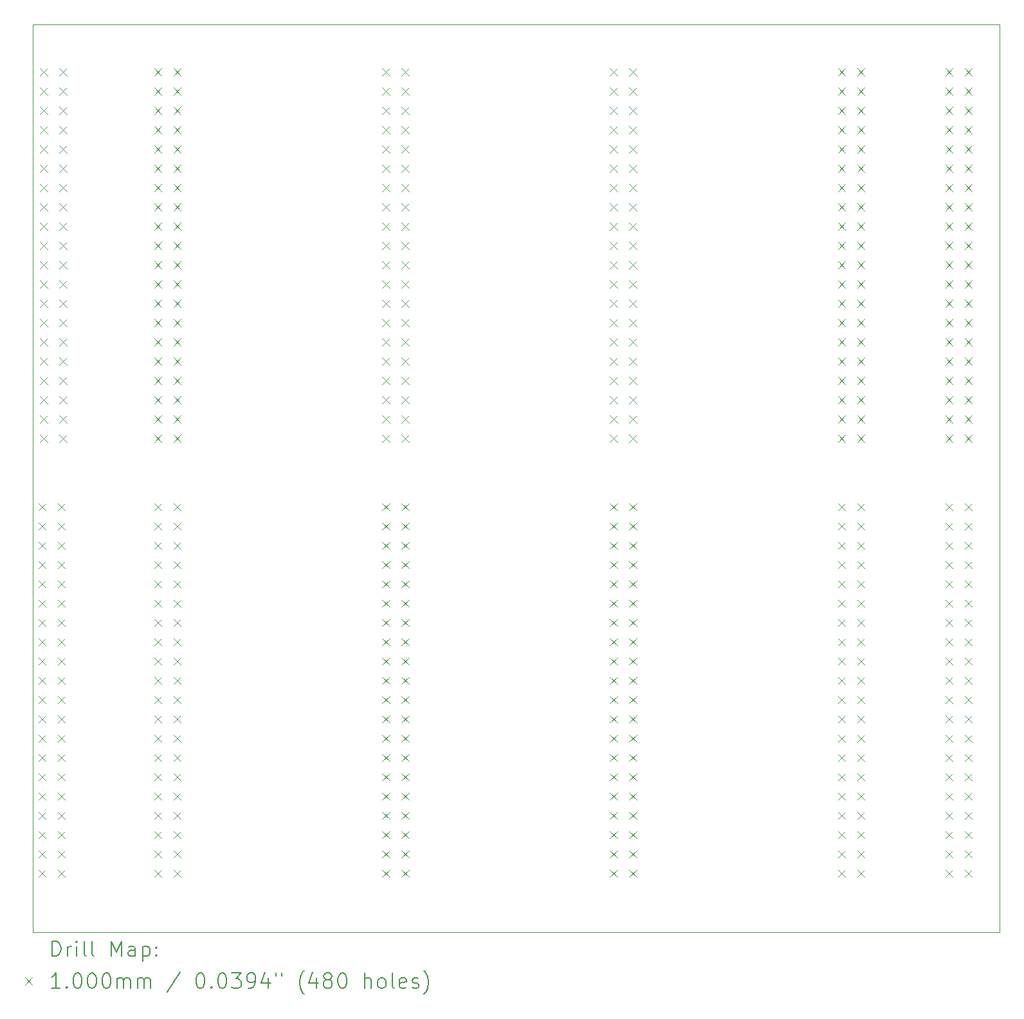
<source format=gbr>
%TF.GenerationSoftware,KiCad,Pcbnew,7.0.9*%
%TF.CreationDate,2023-11-10T12:16:27-05:00*%
%TF.ProjectId,DoubleRow4SlotBackplane,446f7562-6c65-4526-9f77-34536c6f7442,rev?*%
%TF.SameCoordinates,Original*%
%TF.FileFunction,Drillmap*%
%TF.FilePolarity,Positive*%
%FSLAX45Y45*%
G04 Gerber Fmt 4.5, Leading zero omitted, Abs format (unit mm)*
G04 Created by KiCad (PCBNEW 7.0.9) date 2023-11-10 12:16:27*
%MOMM*%
%LPD*%
G01*
G04 APERTURE LIST*
%ADD10C,0.100000*%
%ADD11C,0.200000*%
G04 APERTURE END LIST*
D10*
X6226486Y-3048000D02*
X18949072Y-3048000D01*
X18949072Y-15000000D01*
X6226486Y-15000000D01*
X6226486Y-3048000D01*
D11*
D10*
X6300000Y-9348000D02*
X6400000Y-9448000D01*
X6400000Y-9348000D02*
X6300000Y-9448000D01*
X6300000Y-9602000D02*
X6400000Y-9702000D01*
X6400000Y-9602000D02*
X6300000Y-9702000D01*
X6300000Y-9856000D02*
X6400000Y-9956000D01*
X6400000Y-9856000D02*
X6300000Y-9956000D01*
X6300000Y-10110000D02*
X6400000Y-10210000D01*
X6400000Y-10110000D02*
X6300000Y-10210000D01*
X6300000Y-10364000D02*
X6400000Y-10464000D01*
X6400000Y-10364000D02*
X6300000Y-10464000D01*
X6300000Y-10618000D02*
X6400000Y-10718000D01*
X6400000Y-10618000D02*
X6300000Y-10718000D01*
X6300000Y-10872000D02*
X6400000Y-10972000D01*
X6400000Y-10872000D02*
X6300000Y-10972000D01*
X6300000Y-11126000D02*
X6400000Y-11226000D01*
X6400000Y-11126000D02*
X6300000Y-11226000D01*
X6300000Y-11380000D02*
X6400000Y-11480000D01*
X6400000Y-11380000D02*
X6300000Y-11480000D01*
X6300000Y-11634000D02*
X6400000Y-11734000D01*
X6400000Y-11634000D02*
X6300000Y-11734000D01*
X6300000Y-11888000D02*
X6400000Y-11988000D01*
X6400000Y-11888000D02*
X6300000Y-11988000D01*
X6300000Y-12142000D02*
X6400000Y-12242000D01*
X6400000Y-12142000D02*
X6300000Y-12242000D01*
X6300000Y-12396000D02*
X6400000Y-12496000D01*
X6400000Y-12396000D02*
X6300000Y-12496000D01*
X6300000Y-12650000D02*
X6400000Y-12750000D01*
X6400000Y-12650000D02*
X6300000Y-12750000D01*
X6300000Y-12904000D02*
X6400000Y-13004000D01*
X6400000Y-12904000D02*
X6300000Y-13004000D01*
X6300000Y-13158000D02*
X6400000Y-13258000D01*
X6400000Y-13158000D02*
X6300000Y-13258000D01*
X6300000Y-13412000D02*
X6400000Y-13512000D01*
X6400000Y-13412000D02*
X6300000Y-13512000D01*
X6300000Y-13666000D02*
X6400000Y-13766000D01*
X6400000Y-13666000D02*
X6300000Y-13766000D01*
X6300000Y-13920000D02*
X6400000Y-14020000D01*
X6400000Y-13920000D02*
X6300000Y-14020000D01*
X6300000Y-14174000D02*
X6400000Y-14274000D01*
X6400000Y-14174000D02*
X6300000Y-14274000D01*
X6324000Y-3619000D02*
X6424000Y-3719000D01*
X6424000Y-3619000D02*
X6324000Y-3719000D01*
X6324000Y-3873000D02*
X6424000Y-3973000D01*
X6424000Y-3873000D02*
X6324000Y-3973000D01*
X6324000Y-4127000D02*
X6424000Y-4227000D01*
X6424000Y-4127000D02*
X6324000Y-4227000D01*
X6324000Y-4381000D02*
X6424000Y-4481000D01*
X6424000Y-4381000D02*
X6324000Y-4481000D01*
X6324000Y-4635000D02*
X6424000Y-4735000D01*
X6424000Y-4635000D02*
X6324000Y-4735000D01*
X6324000Y-4889000D02*
X6424000Y-4989000D01*
X6424000Y-4889000D02*
X6324000Y-4989000D01*
X6324000Y-5143000D02*
X6424000Y-5243000D01*
X6424000Y-5143000D02*
X6324000Y-5243000D01*
X6324000Y-5397000D02*
X6424000Y-5497000D01*
X6424000Y-5397000D02*
X6324000Y-5497000D01*
X6324000Y-5651000D02*
X6424000Y-5751000D01*
X6424000Y-5651000D02*
X6324000Y-5751000D01*
X6324000Y-5905000D02*
X6424000Y-6005000D01*
X6424000Y-5905000D02*
X6324000Y-6005000D01*
X6324000Y-6159000D02*
X6424000Y-6259000D01*
X6424000Y-6159000D02*
X6324000Y-6259000D01*
X6324000Y-6413000D02*
X6424000Y-6513000D01*
X6424000Y-6413000D02*
X6324000Y-6513000D01*
X6324000Y-6667000D02*
X6424000Y-6767000D01*
X6424000Y-6667000D02*
X6324000Y-6767000D01*
X6324000Y-6921000D02*
X6424000Y-7021000D01*
X6424000Y-6921000D02*
X6324000Y-7021000D01*
X6324000Y-7175000D02*
X6424000Y-7275000D01*
X6424000Y-7175000D02*
X6324000Y-7275000D01*
X6324000Y-7429000D02*
X6424000Y-7529000D01*
X6424000Y-7429000D02*
X6324000Y-7529000D01*
X6324000Y-7683000D02*
X6424000Y-7783000D01*
X6424000Y-7683000D02*
X6324000Y-7783000D01*
X6324000Y-7937000D02*
X6424000Y-8037000D01*
X6424000Y-7937000D02*
X6324000Y-8037000D01*
X6324000Y-8191000D02*
X6424000Y-8291000D01*
X6424000Y-8191000D02*
X6324000Y-8291000D01*
X6324000Y-8445000D02*
X6424000Y-8545000D01*
X6424000Y-8445000D02*
X6324000Y-8545000D01*
X6554000Y-9348000D02*
X6654000Y-9448000D01*
X6654000Y-9348000D02*
X6554000Y-9448000D01*
X6554000Y-9602000D02*
X6654000Y-9702000D01*
X6654000Y-9602000D02*
X6554000Y-9702000D01*
X6554000Y-9856000D02*
X6654000Y-9956000D01*
X6654000Y-9856000D02*
X6554000Y-9956000D01*
X6554000Y-10110000D02*
X6654000Y-10210000D01*
X6654000Y-10110000D02*
X6554000Y-10210000D01*
X6554000Y-10364000D02*
X6654000Y-10464000D01*
X6654000Y-10364000D02*
X6554000Y-10464000D01*
X6554000Y-10618000D02*
X6654000Y-10718000D01*
X6654000Y-10618000D02*
X6554000Y-10718000D01*
X6554000Y-10872000D02*
X6654000Y-10972000D01*
X6654000Y-10872000D02*
X6554000Y-10972000D01*
X6554000Y-11126000D02*
X6654000Y-11226000D01*
X6654000Y-11126000D02*
X6554000Y-11226000D01*
X6554000Y-11380000D02*
X6654000Y-11480000D01*
X6654000Y-11380000D02*
X6554000Y-11480000D01*
X6554000Y-11634000D02*
X6654000Y-11734000D01*
X6654000Y-11634000D02*
X6554000Y-11734000D01*
X6554000Y-11888000D02*
X6654000Y-11988000D01*
X6654000Y-11888000D02*
X6554000Y-11988000D01*
X6554000Y-12142000D02*
X6654000Y-12242000D01*
X6654000Y-12142000D02*
X6554000Y-12242000D01*
X6554000Y-12396000D02*
X6654000Y-12496000D01*
X6654000Y-12396000D02*
X6554000Y-12496000D01*
X6554000Y-12650000D02*
X6654000Y-12750000D01*
X6654000Y-12650000D02*
X6554000Y-12750000D01*
X6554000Y-12904000D02*
X6654000Y-13004000D01*
X6654000Y-12904000D02*
X6554000Y-13004000D01*
X6554000Y-13158000D02*
X6654000Y-13258000D01*
X6654000Y-13158000D02*
X6554000Y-13258000D01*
X6554000Y-13412000D02*
X6654000Y-13512000D01*
X6654000Y-13412000D02*
X6554000Y-13512000D01*
X6554000Y-13666000D02*
X6654000Y-13766000D01*
X6654000Y-13666000D02*
X6554000Y-13766000D01*
X6554000Y-13920000D02*
X6654000Y-14020000D01*
X6654000Y-13920000D02*
X6554000Y-14020000D01*
X6554000Y-14174000D02*
X6654000Y-14274000D01*
X6654000Y-14174000D02*
X6554000Y-14274000D01*
X6578000Y-3619000D02*
X6678000Y-3719000D01*
X6678000Y-3619000D02*
X6578000Y-3719000D01*
X6578000Y-3873000D02*
X6678000Y-3973000D01*
X6678000Y-3873000D02*
X6578000Y-3973000D01*
X6578000Y-4127000D02*
X6678000Y-4227000D01*
X6678000Y-4127000D02*
X6578000Y-4227000D01*
X6578000Y-4381000D02*
X6678000Y-4481000D01*
X6678000Y-4381000D02*
X6578000Y-4481000D01*
X6578000Y-4635000D02*
X6678000Y-4735000D01*
X6678000Y-4635000D02*
X6578000Y-4735000D01*
X6578000Y-4889000D02*
X6678000Y-4989000D01*
X6678000Y-4889000D02*
X6578000Y-4989000D01*
X6578000Y-5143000D02*
X6678000Y-5243000D01*
X6678000Y-5143000D02*
X6578000Y-5243000D01*
X6578000Y-5397000D02*
X6678000Y-5497000D01*
X6678000Y-5397000D02*
X6578000Y-5497000D01*
X6578000Y-5651000D02*
X6678000Y-5751000D01*
X6678000Y-5651000D02*
X6578000Y-5751000D01*
X6578000Y-5905000D02*
X6678000Y-6005000D01*
X6678000Y-5905000D02*
X6578000Y-6005000D01*
X6578000Y-6159000D02*
X6678000Y-6259000D01*
X6678000Y-6159000D02*
X6578000Y-6259000D01*
X6578000Y-6413000D02*
X6678000Y-6513000D01*
X6678000Y-6413000D02*
X6578000Y-6513000D01*
X6578000Y-6667000D02*
X6678000Y-6767000D01*
X6678000Y-6667000D02*
X6578000Y-6767000D01*
X6578000Y-6921000D02*
X6678000Y-7021000D01*
X6678000Y-6921000D02*
X6578000Y-7021000D01*
X6578000Y-7175000D02*
X6678000Y-7275000D01*
X6678000Y-7175000D02*
X6578000Y-7275000D01*
X6578000Y-7429000D02*
X6678000Y-7529000D01*
X6678000Y-7429000D02*
X6578000Y-7529000D01*
X6578000Y-7683000D02*
X6678000Y-7783000D01*
X6678000Y-7683000D02*
X6578000Y-7783000D01*
X6578000Y-7937000D02*
X6678000Y-8037000D01*
X6678000Y-7937000D02*
X6578000Y-8037000D01*
X6578000Y-8191000D02*
X6678000Y-8291000D01*
X6678000Y-8191000D02*
X6578000Y-8291000D01*
X6578000Y-8445000D02*
X6678000Y-8545000D01*
X6678000Y-8445000D02*
X6578000Y-8545000D01*
X7824000Y-3619000D02*
X7924000Y-3719000D01*
X7924000Y-3619000D02*
X7824000Y-3719000D01*
X7824000Y-3873000D02*
X7924000Y-3973000D01*
X7924000Y-3873000D02*
X7824000Y-3973000D01*
X7824000Y-4127000D02*
X7924000Y-4227000D01*
X7924000Y-4127000D02*
X7824000Y-4227000D01*
X7824000Y-4381000D02*
X7924000Y-4481000D01*
X7924000Y-4381000D02*
X7824000Y-4481000D01*
X7824000Y-4635000D02*
X7924000Y-4735000D01*
X7924000Y-4635000D02*
X7824000Y-4735000D01*
X7824000Y-4889000D02*
X7924000Y-4989000D01*
X7924000Y-4889000D02*
X7824000Y-4989000D01*
X7824000Y-5143000D02*
X7924000Y-5243000D01*
X7924000Y-5143000D02*
X7824000Y-5243000D01*
X7824000Y-5397000D02*
X7924000Y-5497000D01*
X7924000Y-5397000D02*
X7824000Y-5497000D01*
X7824000Y-5651000D02*
X7924000Y-5751000D01*
X7924000Y-5651000D02*
X7824000Y-5751000D01*
X7824000Y-5905000D02*
X7924000Y-6005000D01*
X7924000Y-5905000D02*
X7824000Y-6005000D01*
X7824000Y-6159000D02*
X7924000Y-6259000D01*
X7924000Y-6159000D02*
X7824000Y-6259000D01*
X7824000Y-6413000D02*
X7924000Y-6513000D01*
X7924000Y-6413000D02*
X7824000Y-6513000D01*
X7824000Y-6667000D02*
X7924000Y-6767000D01*
X7924000Y-6667000D02*
X7824000Y-6767000D01*
X7824000Y-6921000D02*
X7924000Y-7021000D01*
X7924000Y-6921000D02*
X7824000Y-7021000D01*
X7824000Y-7175000D02*
X7924000Y-7275000D01*
X7924000Y-7175000D02*
X7824000Y-7275000D01*
X7824000Y-7429000D02*
X7924000Y-7529000D01*
X7924000Y-7429000D02*
X7824000Y-7529000D01*
X7824000Y-7683000D02*
X7924000Y-7783000D01*
X7924000Y-7683000D02*
X7824000Y-7783000D01*
X7824000Y-7937000D02*
X7924000Y-8037000D01*
X7924000Y-7937000D02*
X7824000Y-8037000D01*
X7824000Y-8191000D02*
X7924000Y-8291000D01*
X7924000Y-8191000D02*
X7824000Y-8291000D01*
X7824000Y-8445000D02*
X7924000Y-8545000D01*
X7924000Y-8445000D02*
X7824000Y-8545000D01*
X7824000Y-9348000D02*
X7924000Y-9448000D01*
X7924000Y-9348000D02*
X7824000Y-9448000D01*
X7824000Y-9602000D02*
X7924000Y-9702000D01*
X7924000Y-9602000D02*
X7824000Y-9702000D01*
X7824000Y-9856000D02*
X7924000Y-9956000D01*
X7924000Y-9856000D02*
X7824000Y-9956000D01*
X7824000Y-10110000D02*
X7924000Y-10210000D01*
X7924000Y-10110000D02*
X7824000Y-10210000D01*
X7824000Y-10364000D02*
X7924000Y-10464000D01*
X7924000Y-10364000D02*
X7824000Y-10464000D01*
X7824000Y-10618000D02*
X7924000Y-10718000D01*
X7924000Y-10618000D02*
X7824000Y-10718000D01*
X7824000Y-10872000D02*
X7924000Y-10972000D01*
X7924000Y-10872000D02*
X7824000Y-10972000D01*
X7824000Y-11126000D02*
X7924000Y-11226000D01*
X7924000Y-11126000D02*
X7824000Y-11226000D01*
X7824000Y-11380000D02*
X7924000Y-11480000D01*
X7924000Y-11380000D02*
X7824000Y-11480000D01*
X7824000Y-11634000D02*
X7924000Y-11734000D01*
X7924000Y-11634000D02*
X7824000Y-11734000D01*
X7824000Y-11888000D02*
X7924000Y-11988000D01*
X7924000Y-11888000D02*
X7824000Y-11988000D01*
X7824000Y-12142000D02*
X7924000Y-12242000D01*
X7924000Y-12142000D02*
X7824000Y-12242000D01*
X7824000Y-12396000D02*
X7924000Y-12496000D01*
X7924000Y-12396000D02*
X7824000Y-12496000D01*
X7824000Y-12650000D02*
X7924000Y-12750000D01*
X7924000Y-12650000D02*
X7824000Y-12750000D01*
X7824000Y-12904000D02*
X7924000Y-13004000D01*
X7924000Y-12904000D02*
X7824000Y-13004000D01*
X7824000Y-13158000D02*
X7924000Y-13258000D01*
X7924000Y-13158000D02*
X7824000Y-13258000D01*
X7824000Y-13412000D02*
X7924000Y-13512000D01*
X7924000Y-13412000D02*
X7824000Y-13512000D01*
X7824000Y-13666000D02*
X7924000Y-13766000D01*
X7924000Y-13666000D02*
X7824000Y-13766000D01*
X7824000Y-13920000D02*
X7924000Y-14020000D01*
X7924000Y-13920000D02*
X7824000Y-14020000D01*
X7824000Y-14174000D02*
X7924000Y-14274000D01*
X7924000Y-14174000D02*
X7824000Y-14274000D01*
X8078000Y-3619000D02*
X8178000Y-3719000D01*
X8178000Y-3619000D02*
X8078000Y-3719000D01*
X8078000Y-3873000D02*
X8178000Y-3973000D01*
X8178000Y-3873000D02*
X8078000Y-3973000D01*
X8078000Y-4127000D02*
X8178000Y-4227000D01*
X8178000Y-4127000D02*
X8078000Y-4227000D01*
X8078000Y-4381000D02*
X8178000Y-4481000D01*
X8178000Y-4381000D02*
X8078000Y-4481000D01*
X8078000Y-4635000D02*
X8178000Y-4735000D01*
X8178000Y-4635000D02*
X8078000Y-4735000D01*
X8078000Y-4889000D02*
X8178000Y-4989000D01*
X8178000Y-4889000D02*
X8078000Y-4989000D01*
X8078000Y-5143000D02*
X8178000Y-5243000D01*
X8178000Y-5143000D02*
X8078000Y-5243000D01*
X8078000Y-5397000D02*
X8178000Y-5497000D01*
X8178000Y-5397000D02*
X8078000Y-5497000D01*
X8078000Y-5651000D02*
X8178000Y-5751000D01*
X8178000Y-5651000D02*
X8078000Y-5751000D01*
X8078000Y-5905000D02*
X8178000Y-6005000D01*
X8178000Y-5905000D02*
X8078000Y-6005000D01*
X8078000Y-6159000D02*
X8178000Y-6259000D01*
X8178000Y-6159000D02*
X8078000Y-6259000D01*
X8078000Y-6413000D02*
X8178000Y-6513000D01*
X8178000Y-6413000D02*
X8078000Y-6513000D01*
X8078000Y-6667000D02*
X8178000Y-6767000D01*
X8178000Y-6667000D02*
X8078000Y-6767000D01*
X8078000Y-6921000D02*
X8178000Y-7021000D01*
X8178000Y-6921000D02*
X8078000Y-7021000D01*
X8078000Y-7175000D02*
X8178000Y-7275000D01*
X8178000Y-7175000D02*
X8078000Y-7275000D01*
X8078000Y-7429000D02*
X8178000Y-7529000D01*
X8178000Y-7429000D02*
X8078000Y-7529000D01*
X8078000Y-7683000D02*
X8178000Y-7783000D01*
X8178000Y-7683000D02*
X8078000Y-7783000D01*
X8078000Y-7937000D02*
X8178000Y-8037000D01*
X8178000Y-7937000D02*
X8078000Y-8037000D01*
X8078000Y-8191000D02*
X8178000Y-8291000D01*
X8178000Y-8191000D02*
X8078000Y-8291000D01*
X8078000Y-8445000D02*
X8178000Y-8545000D01*
X8178000Y-8445000D02*
X8078000Y-8545000D01*
X8078000Y-9348000D02*
X8178000Y-9448000D01*
X8178000Y-9348000D02*
X8078000Y-9448000D01*
X8078000Y-9602000D02*
X8178000Y-9702000D01*
X8178000Y-9602000D02*
X8078000Y-9702000D01*
X8078000Y-9856000D02*
X8178000Y-9956000D01*
X8178000Y-9856000D02*
X8078000Y-9956000D01*
X8078000Y-10110000D02*
X8178000Y-10210000D01*
X8178000Y-10110000D02*
X8078000Y-10210000D01*
X8078000Y-10364000D02*
X8178000Y-10464000D01*
X8178000Y-10364000D02*
X8078000Y-10464000D01*
X8078000Y-10618000D02*
X8178000Y-10718000D01*
X8178000Y-10618000D02*
X8078000Y-10718000D01*
X8078000Y-10872000D02*
X8178000Y-10972000D01*
X8178000Y-10872000D02*
X8078000Y-10972000D01*
X8078000Y-11126000D02*
X8178000Y-11226000D01*
X8178000Y-11126000D02*
X8078000Y-11226000D01*
X8078000Y-11380000D02*
X8178000Y-11480000D01*
X8178000Y-11380000D02*
X8078000Y-11480000D01*
X8078000Y-11634000D02*
X8178000Y-11734000D01*
X8178000Y-11634000D02*
X8078000Y-11734000D01*
X8078000Y-11888000D02*
X8178000Y-11988000D01*
X8178000Y-11888000D02*
X8078000Y-11988000D01*
X8078000Y-12142000D02*
X8178000Y-12242000D01*
X8178000Y-12142000D02*
X8078000Y-12242000D01*
X8078000Y-12396000D02*
X8178000Y-12496000D01*
X8178000Y-12396000D02*
X8078000Y-12496000D01*
X8078000Y-12650000D02*
X8178000Y-12750000D01*
X8178000Y-12650000D02*
X8078000Y-12750000D01*
X8078000Y-12904000D02*
X8178000Y-13004000D01*
X8178000Y-12904000D02*
X8078000Y-13004000D01*
X8078000Y-13158000D02*
X8178000Y-13258000D01*
X8178000Y-13158000D02*
X8078000Y-13258000D01*
X8078000Y-13412000D02*
X8178000Y-13512000D01*
X8178000Y-13412000D02*
X8078000Y-13512000D01*
X8078000Y-13666000D02*
X8178000Y-13766000D01*
X8178000Y-13666000D02*
X8078000Y-13766000D01*
X8078000Y-13920000D02*
X8178000Y-14020000D01*
X8178000Y-13920000D02*
X8078000Y-14020000D01*
X8078000Y-14174000D02*
X8178000Y-14274000D01*
X8178000Y-14174000D02*
X8078000Y-14274000D01*
X10824000Y-3619000D02*
X10924000Y-3719000D01*
X10924000Y-3619000D02*
X10824000Y-3719000D01*
X10824000Y-3873000D02*
X10924000Y-3973000D01*
X10924000Y-3873000D02*
X10824000Y-3973000D01*
X10824000Y-4127000D02*
X10924000Y-4227000D01*
X10924000Y-4127000D02*
X10824000Y-4227000D01*
X10824000Y-4381000D02*
X10924000Y-4481000D01*
X10924000Y-4381000D02*
X10824000Y-4481000D01*
X10824000Y-4635000D02*
X10924000Y-4735000D01*
X10924000Y-4635000D02*
X10824000Y-4735000D01*
X10824000Y-4889000D02*
X10924000Y-4989000D01*
X10924000Y-4889000D02*
X10824000Y-4989000D01*
X10824000Y-5143000D02*
X10924000Y-5243000D01*
X10924000Y-5143000D02*
X10824000Y-5243000D01*
X10824000Y-5397000D02*
X10924000Y-5497000D01*
X10924000Y-5397000D02*
X10824000Y-5497000D01*
X10824000Y-5651000D02*
X10924000Y-5751000D01*
X10924000Y-5651000D02*
X10824000Y-5751000D01*
X10824000Y-5905000D02*
X10924000Y-6005000D01*
X10924000Y-5905000D02*
X10824000Y-6005000D01*
X10824000Y-6159000D02*
X10924000Y-6259000D01*
X10924000Y-6159000D02*
X10824000Y-6259000D01*
X10824000Y-6413000D02*
X10924000Y-6513000D01*
X10924000Y-6413000D02*
X10824000Y-6513000D01*
X10824000Y-6667000D02*
X10924000Y-6767000D01*
X10924000Y-6667000D02*
X10824000Y-6767000D01*
X10824000Y-6921000D02*
X10924000Y-7021000D01*
X10924000Y-6921000D02*
X10824000Y-7021000D01*
X10824000Y-7175000D02*
X10924000Y-7275000D01*
X10924000Y-7175000D02*
X10824000Y-7275000D01*
X10824000Y-7429000D02*
X10924000Y-7529000D01*
X10924000Y-7429000D02*
X10824000Y-7529000D01*
X10824000Y-7683000D02*
X10924000Y-7783000D01*
X10924000Y-7683000D02*
X10824000Y-7783000D01*
X10824000Y-7937000D02*
X10924000Y-8037000D01*
X10924000Y-7937000D02*
X10824000Y-8037000D01*
X10824000Y-8191000D02*
X10924000Y-8291000D01*
X10924000Y-8191000D02*
X10824000Y-8291000D01*
X10824000Y-8445000D02*
X10924000Y-8545000D01*
X10924000Y-8445000D02*
X10824000Y-8545000D01*
X10824000Y-9348000D02*
X10924000Y-9448000D01*
X10924000Y-9348000D02*
X10824000Y-9448000D01*
X10824000Y-9602000D02*
X10924000Y-9702000D01*
X10924000Y-9602000D02*
X10824000Y-9702000D01*
X10824000Y-9856000D02*
X10924000Y-9956000D01*
X10924000Y-9856000D02*
X10824000Y-9956000D01*
X10824000Y-10110000D02*
X10924000Y-10210000D01*
X10924000Y-10110000D02*
X10824000Y-10210000D01*
X10824000Y-10364000D02*
X10924000Y-10464000D01*
X10924000Y-10364000D02*
X10824000Y-10464000D01*
X10824000Y-10618000D02*
X10924000Y-10718000D01*
X10924000Y-10618000D02*
X10824000Y-10718000D01*
X10824000Y-10872000D02*
X10924000Y-10972000D01*
X10924000Y-10872000D02*
X10824000Y-10972000D01*
X10824000Y-11126000D02*
X10924000Y-11226000D01*
X10924000Y-11126000D02*
X10824000Y-11226000D01*
X10824000Y-11380000D02*
X10924000Y-11480000D01*
X10924000Y-11380000D02*
X10824000Y-11480000D01*
X10824000Y-11634000D02*
X10924000Y-11734000D01*
X10924000Y-11634000D02*
X10824000Y-11734000D01*
X10824000Y-11888000D02*
X10924000Y-11988000D01*
X10924000Y-11888000D02*
X10824000Y-11988000D01*
X10824000Y-12142000D02*
X10924000Y-12242000D01*
X10924000Y-12142000D02*
X10824000Y-12242000D01*
X10824000Y-12396000D02*
X10924000Y-12496000D01*
X10924000Y-12396000D02*
X10824000Y-12496000D01*
X10824000Y-12650000D02*
X10924000Y-12750000D01*
X10924000Y-12650000D02*
X10824000Y-12750000D01*
X10824000Y-12904000D02*
X10924000Y-13004000D01*
X10924000Y-12904000D02*
X10824000Y-13004000D01*
X10824000Y-13158000D02*
X10924000Y-13258000D01*
X10924000Y-13158000D02*
X10824000Y-13258000D01*
X10824000Y-13412000D02*
X10924000Y-13512000D01*
X10924000Y-13412000D02*
X10824000Y-13512000D01*
X10824000Y-13666000D02*
X10924000Y-13766000D01*
X10924000Y-13666000D02*
X10824000Y-13766000D01*
X10824000Y-13920000D02*
X10924000Y-14020000D01*
X10924000Y-13920000D02*
X10824000Y-14020000D01*
X10824000Y-14174000D02*
X10924000Y-14274000D01*
X10924000Y-14174000D02*
X10824000Y-14274000D01*
X11078000Y-3619000D02*
X11178000Y-3719000D01*
X11178000Y-3619000D02*
X11078000Y-3719000D01*
X11078000Y-3873000D02*
X11178000Y-3973000D01*
X11178000Y-3873000D02*
X11078000Y-3973000D01*
X11078000Y-4127000D02*
X11178000Y-4227000D01*
X11178000Y-4127000D02*
X11078000Y-4227000D01*
X11078000Y-4381000D02*
X11178000Y-4481000D01*
X11178000Y-4381000D02*
X11078000Y-4481000D01*
X11078000Y-4635000D02*
X11178000Y-4735000D01*
X11178000Y-4635000D02*
X11078000Y-4735000D01*
X11078000Y-4889000D02*
X11178000Y-4989000D01*
X11178000Y-4889000D02*
X11078000Y-4989000D01*
X11078000Y-5143000D02*
X11178000Y-5243000D01*
X11178000Y-5143000D02*
X11078000Y-5243000D01*
X11078000Y-5397000D02*
X11178000Y-5497000D01*
X11178000Y-5397000D02*
X11078000Y-5497000D01*
X11078000Y-5651000D02*
X11178000Y-5751000D01*
X11178000Y-5651000D02*
X11078000Y-5751000D01*
X11078000Y-5905000D02*
X11178000Y-6005000D01*
X11178000Y-5905000D02*
X11078000Y-6005000D01*
X11078000Y-6159000D02*
X11178000Y-6259000D01*
X11178000Y-6159000D02*
X11078000Y-6259000D01*
X11078000Y-6413000D02*
X11178000Y-6513000D01*
X11178000Y-6413000D02*
X11078000Y-6513000D01*
X11078000Y-6667000D02*
X11178000Y-6767000D01*
X11178000Y-6667000D02*
X11078000Y-6767000D01*
X11078000Y-6921000D02*
X11178000Y-7021000D01*
X11178000Y-6921000D02*
X11078000Y-7021000D01*
X11078000Y-7175000D02*
X11178000Y-7275000D01*
X11178000Y-7175000D02*
X11078000Y-7275000D01*
X11078000Y-7429000D02*
X11178000Y-7529000D01*
X11178000Y-7429000D02*
X11078000Y-7529000D01*
X11078000Y-7683000D02*
X11178000Y-7783000D01*
X11178000Y-7683000D02*
X11078000Y-7783000D01*
X11078000Y-7937000D02*
X11178000Y-8037000D01*
X11178000Y-7937000D02*
X11078000Y-8037000D01*
X11078000Y-8191000D02*
X11178000Y-8291000D01*
X11178000Y-8191000D02*
X11078000Y-8291000D01*
X11078000Y-8445000D02*
X11178000Y-8545000D01*
X11178000Y-8445000D02*
X11078000Y-8545000D01*
X11078000Y-9348000D02*
X11178000Y-9448000D01*
X11178000Y-9348000D02*
X11078000Y-9448000D01*
X11078000Y-9602000D02*
X11178000Y-9702000D01*
X11178000Y-9602000D02*
X11078000Y-9702000D01*
X11078000Y-9856000D02*
X11178000Y-9956000D01*
X11178000Y-9856000D02*
X11078000Y-9956000D01*
X11078000Y-10110000D02*
X11178000Y-10210000D01*
X11178000Y-10110000D02*
X11078000Y-10210000D01*
X11078000Y-10364000D02*
X11178000Y-10464000D01*
X11178000Y-10364000D02*
X11078000Y-10464000D01*
X11078000Y-10618000D02*
X11178000Y-10718000D01*
X11178000Y-10618000D02*
X11078000Y-10718000D01*
X11078000Y-10872000D02*
X11178000Y-10972000D01*
X11178000Y-10872000D02*
X11078000Y-10972000D01*
X11078000Y-11126000D02*
X11178000Y-11226000D01*
X11178000Y-11126000D02*
X11078000Y-11226000D01*
X11078000Y-11380000D02*
X11178000Y-11480000D01*
X11178000Y-11380000D02*
X11078000Y-11480000D01*
X11078000Y-11634000D02*
X11178000Y-11734000D01*
X11178000Y-11634000D02*
X11078000Y-11734000D01*
X11078000Y-11888000D02*
X11178000Y-11988000D01*
X11178000Y-11888000D02*
X11078000Y-11988000D01*
X11078000Y-12142000D02*
X11178000Y-12242000D01*
X11178000Y-12142000D02*
X11078000Y-12242000D01*
X11078000Y-12396000D02*
X11178000Y-12496000D01*
X11178000Y-12396000D02*
X11078000Y-12496000D01*
X11078000Y-12650000D02*
X11178000Y-12750000D01*
X11178000Y-12650000D02*
X11078000Y-12750000D01*
X11078000Y-12904000D02*
X11178000Y-13004000D01*
X11178000Y-12904000D02*
X11078000Y-13004000D01*
X11078000Y-13158000D02*
X11178000Y-13258000D01*
X11178000Y-13158000D02*
X11078000Y-13258000D01*
X11078000Y-13412000D02*
X11178000Y-13512000D01*
X11178000Y-13412000D02*
X11078000Y-13512000D01*
X11078000Y-13666000D02*
X11178000Y-13766000D01*
X11178000Y-13666000D02*
X11078000Y-13766000D01*
X11078000Y-13920000D02*
X11178000Y-14020000D01*
X11178000Y-13920000D02*
X11078000Y-14020000D01*
X11078000Y-14174000D02*
X11178000Y-14274000D01*
X11178000Y-14174000D02*
X11078000Y-14274000D01*
X13824000Y-3619000D02*
X13924000Y-3719000D01*
X13924000Y-3619000D02*
X13824000Y-3719000D01*
X13824000Y-3873000D02*
X13924000Y-3973000D01*
X13924000Y-3873000D02*
X13824000Y-3973000D01*
X13824000Y-4127000D02*
X13924000Y-4227000D01*
X13924000Y-4127000D02*
X13824000Y-4227000D01*
X13824000Y-4381000D02*
X13924000Y-4481000D01*
X13924000Y-4381000D02*
X13824000Y-4481000D01*
X13824000Y-4635000D02*
X13924000Y-4735000D01*
X13924000Y-4635000D02*
X13824000Y-4735000D01*
X13824000Y-4889000D02*
X13924000Y-4989000D01*
X13924000Y-4889000D02*
X13824000Y-4989000D01*
X13824000Y-5143000D02*
X13924000Y-5243000D01*
X13924000Y-5143000D02*
X13824000Y-5243000D01*
X13824000Y-5397000D02*
X13924000Y-5497000D01*
X13924000Y-5397000D02*
X13824000Y-5497000D01*
X13824000Y-5651000D02*
X13924000Y-5751000D01*
X13924000Y-5651000D02*
X13824000Y-5751000D01*
X13824000Y-5905000D02*
X13924000Y-6005000D01*
X13924000Y-5905000D02*
X13824000Y-6005000D01*
X13824000Y-6159000D02*
X13924000Y-6259000D01*
X13924000Y-6159000D02*
X13824000Y-6259000D01*
X13824000Y-6413000D02*
X13924000Y-6513000D01*
X13924000Y-6413000D02*
X13824000Y-6513000D01*
X13824000Y-6667000D02*
X13924000Y-6767000D01*
X13924000Y-6667000D02*
X13824000Y-6767000D01*
X13824000Y-6921000D02*
X13924000Y-7021000D01*
X13924000Y-6921000D02*
X13824000Y-7021000D01*
X13824000Y-7175000D02*
X13924000Y-7275000D01*
X13924000Y-7175000D02*
X13824000Y-7275000D01*
X13824000Y-7429000D02*
X13924000Y-7529000D01*
X13924000Y-7429000D02*
X13824000Y-7529000D01*
X13824000Y-7683000D02*
X13924000Y-7783000D01*
X13924000Y-7683000D02*
X13824000Y-7783000D01*
X13824000Y-7937000D02*
X13924000Y-8037000D01*
X13924000Y-7937000D02*
X13824000Y-8037000D01*
X13824000Y-8191000D02*
X13924000Y-8291000D01*
X13924000Y-8191000D02*
X13824000Y-8291000D01*
X13824000Y-8445000D02*
X13924000Y-8545000D01*
X13924000Y-8445000D02*
X13824000Y-8545000D01*
X13824000Y-9348000D02*
X13924000Y-9448000D01*
X13924000Y-9348000D02*
X13824000Y-9448000D01*
X13824000Y-9602000D02*
X13924000Y-9702000D01*
X13924000Y-9602000D02*
X13824000Y-9702000D01*
X13824000Y-9856000D02*
X13924000Y-9956000D01*
X13924000Y-9856000D02*
X13824000Y-9956000D01*
X13824000Y-10110000D02*
X13924000Y-10210000D01*
X13924000Y-10110000D02*
X13824000Y-10210000D01*
X13824000Y-10364000D02*
X13924000Y-10464000D01*
X13924000Y-10364000D02*
X13824000Y-10464000D01*
X13824000Y-10618000D02*
X13924000Y-10718000D01*
X13924000Y-10618000D02*
X13824000Y-10718000D01*
X13824000Y-10872000D02*
X13924000Y-10972000D01*
X13924000Y-10872000D02*
X13824000Y-10972000D01*
X13824000Y-11126000D02*
X13924000Y-11226000D01*
X13924000Y-11126000D02*
X13824000Y-11226000D01*
X13824000Y-11380000D02*
X13924000Y-11480000D01*
X13924000Y-11380000D02*
X13824000Y-11480000D01*
X13824000Y-11634000D02*
X13924000Y-11734000D01*
X13924000Y-11634000D02*
X13824000Y-11734000D01*
X13824000Y-11888000D02*
X13924000Y-11988000D01*
X13924000Y-11888000D02*
X13824000Y-11988000D01*
X13824000Y-12142000D02*
X13924000Y-12242000D01*
X13924000Y-12142000D02*
X13824000Y-12242000D01*
X13824000Y-12396000D02*
X13924000Y-12496000D01*
X13924000Y-12396000D02*
X13824000Y-12496000D01*
X13824000Y-12650000D02*
X13924000Y-12750000D01*
X13924000Y-12650000D02*
X13824000Y-12750000D01*
X13824000Y-12904000D02*
X13924000Y-13004000D01*
X13924000Y-12904000D02*
X13824000Y-13004000D01*
X13824000Y-13158000D02*
X13924000Y-13258000D01*
X13924000Y-13158000D02*
X13824000Y-13258000D01*
X13824000Y-13412000D02*
X13924000Y-13512000D01*
X13924000Y-13412000D02*
X13824000Y-13512000D01*
X13824000Y-13666000D02*
X13924000Y-13766000D01*
X13924000Y-13666000D02*
X13824000Y-13766000D01*
X13824000Y-13920000D02*
X13924000Y-14020000D01*
X13924000Y-13920000D02*
X13824000Y-14020000D01*
X13824000Y-14174000D02*
X13924000Y-14274000D01*
X13924000Y-14174000D02*
X13824000Y-14274000D01*
X14078000Y-3619000D02*
X14178000Y-3719000D01*
X14178000Y-3619000D02*
X14078000Y-3719000D01*
X14078000Y-3873000D02*
X14178000Y-3973000D01*
X14178000Y-3873000D02*
X14078000Y-3973000D01*
X14078000Y-4127000D02*
X14178000Y-4227000D01*
X14178000Y-4127000D02*
X14078000Y-4227000D01*
X14078000Y-4381000D02*
X14178000Y-4481000D01*
X14178000Y-4381000D02*
X14078000Y-4481000D01*
X14078000Y-4635000D02*
X14178000Y-4735000D01*
X14178000Y-4635000D02*
X14078000Y-4735000D01*
X14078000Y-4889000D02*
X14178000Y-4989000D01*
X14178000Y-4889000D02*
X14078000Y-4989000D01*
X14078000Y-5143000D02*
X14178000Y-5243000D01*
X14178000Y-5143000D02*
X14078000Y-5243000D01*
X14078000Y-5397000D02*
X14178000Y-5497000D01*
X14178000Y-5397000D02*
X14078000Y-5497000D01*
X14078000Y-5651000D02*
X14178000Y-5751000D01*
X14178000Y-5651000D02*
X14078000Y-5751000D01*
X14078000Y-5905000D02*
X14178000Y-6005000D01*
X14178000Y-5905000D02*
X14078000Y-6005000D01*
X14078000Y-6159000D02*
X14178000Y-6259000D01*
X14178000Y-6159000D02*
X14078000Y-6259000D01*
X14078000Y-6413000D02*
X14178000Y-6513000D01*
X14178000Y-6413000D02*
X14078000Y-6513000D01*
X14078000Y-6667000D02*
X14178000Y-6767000D01*
X14178000Y-6667000D02*
X14078000Y-6767000D01*
X14078000Y-6921000D02*
X14178000Y-7021000D01*
X14178000Y-6921000D02*
X14078000Y-7021000D01*
X14078000Y-7175000D02*
X14178000Y-7275000D01*
X14178000Y-7175000D02*
X14078000Y-7275000D01*
X14078000Y-7429000D02*
X14178000Y-7529000D01*
X14178000Y-7429000D02*
X14078000Y-7529000D01*
X14078000Y-7683000D02*
X14178000Y-7783000D01*
X14178000Y-7683000D02*
X14078000Y-7783000D01*
X14078000Y-7937000D02*
X14178000Y-8037000D01*
X14178000Y-7937000D02*
X14078000Y-8037000D01*
X14078000Y-8191000D02*
X14178000Y-8291000D01*
X14178000Y-8191000D02*
X14078000Y-8291000D01*
X14078000Y-8445000D02*
X14178000Y-8545000D01*
X14178000Y-8445000D02*
X14078000Y-8545000D01*
X14078000Y-9348000D02*
X14178000Y-9448000D01*
X14178000Y-9348000D02*
X14078000Y-9448000D01*
X14078000Y-9602000D02*
X14178000Y-9702000D01*
X14178000Y-9602000D02*
X14078000Y-9702000D01*
X14078000Y-9856000D02*
X14178000Y-9956000D01*
X14178000Y-9856000D02*
X14078000Y-9956000D01*
X14078000Y-10110000D02*
X14178000Y-10210000D01*
X14178000Y-10110000D02*
X14078000Y-10210000D01*
X14078000Y-10364000D02*
X14178000Y-10464000D01*
X14178000Y-10364000D02*
X14078000Y-10464000D01*
X14078000Y-10618000D02*
X14178000Y-10718000D01*
X14178000Y-10618000D02*
X14078000Y-10718000D01*
X14078000Y-10872000D02*
X14178000Y-10972000D01*
X14178000Y-10872000D02*
X14078000Y-10972000D01*
X14078000Y-11126000D02*
X14178000Y-11226000D01*
X14178000Y-11126000D02*
X14078000Y-11226000D01*
X14078000Y-11380000D02*
X14178000Y-11480000D01*
X14178000Y-11380000D02*
X14078000Y-11480000D01*
X14078000Y-11634000D02*
X14178000Y-11734000D01*
X14178000Y-11634000D02*
X14078000Y-11734000D01*
X14078000Y-11888000D02*
X14178000Y-11988000D01*
X14178000Y-11888000D02*
X14078000Y-11988000D01*
X14078000Y-12142000D02*
X14178000Y-12242000D01*
X14178000Y-12142000D02*
X14078000Y-12242000D01*
X14078000Y-12396000D02*
X14178000Y-12496000D01*
X14178000Y-12396000D02*
X14078000Y-12496000D01*
X14078000Y-12650000D02*
X14178000Y-12750000D01*
X14178000Y-12650000D02*
X14078000Y-12750000D01*
X14078000Y-12904000D02*
X14178000Y-13004000D01*
X14178000Y-12904000D02*
X14078000Y-13004000D01*
X14078000Y-13158000D02*
X14178000Y-13258000D01*
X14178000Y-13158000D02*
X14078000Y-13258000D01*
X14078000Y-13412000D02*
X14178000Y-13512000D01*
X14178000Y-13412000D02*
X14078000Y-13512000D01*
X14078000Y-13666000D02*
X14178000Y-13766000D01*
X14178000Y-13666000D02*
X14078000Y-13766000D01*
X14078000Y-13920000D02*
X14178000Y-14020000D01*
X14178000Y-13920000D02*
X14078000Y-14020000D01*
X14078000Y-14174000D02*
X14178000Y-14274000D01*
X14178000Y-14174000D02*
X14078000Y-14274000D01*
X16824000Y-3619000D02*
X16924000Y-3719000D01*
X16924000Y-3619000D02*
X16824000Y-3719000D01*
X16824000Y-3873000D02*
X16924000Y-3973000D01*
X16924000Y-3873000D02*
X16824000Y-3973000D01*
X16824000Y-4127000D02*
X16924000Y-4227000D01*
X16924000Y-4127000D02*
X16824000Y-4227000D01*
X16824000Y-4381000D02*
X16924000Y-4481000D01*
X16924000Y-4381000D02*
X16824000Y-4481000D01*
X16824000Y-4635000D02*
X16924000Y-4735000D01*
X16924000Y-4635000D02*
X16824000Y-4735000D01*
X16824000Y-4889000D02*
X16924000Y-4989000D01*
X16924000Y-4889000D02*
X16824000Y-4989000D01*
X16824000Y-5143000D02*
X16924000Y-5243000D01*
X16924000Y-5143000D02*
X16824000Y-5243000D01*
X16824000Y-5397000D02*
X16924000Y-5497000D01*
X16924000Y-5397000D02*
X16824000Y-5497000D01*
X16824000Y-5651000D02*
X16924000Y-5751000D01*
X16924000Y-5651000D02*
X16824000Y-5751000D01*
X16824000Y-5905000D02*
X16924000Y-6005000D01*
X16924000Y-5905000D02*
X16824000Y-6005000D01*
X16824000Y-6159000D02*
X16924000Y-6259000D01*
X16924000Y-6159000D02*
X16824000Y-6259000D01*
X16824000Y-6413000D02*
X16924000Y-6513000D01*
X16924000Y-6413000D02*
X16824000Y-6513000D01*
X16824000Y-6667000D02*
X16924000Y-6767000D01*
X16924000Y-6667000D02*
X16824000Y-6767000D01*
X16824000Y-6921000D02*
X16924000Y-7021000D01*
X16924000Y-6921000D02*
X16824000Y-7021000D01*
X16824000Y-7175000D02*
X16924000Y-7275000D01*
X16924000Y-7175000D02*
X16824000Y-7275000D01*
X16824000Y-7429000D02*
X16924000Y-7529000D01*
X16924000Y-7429000D02*
X16824000Y-7529000D01*
X16824000Y-7683000D02*
X16924000Y-7783000D01*
X16924000Y-7683000D02*
X16824000Y-7783000D01*
X16824000Y-7937000D02*
X16924000Y-8037000D01*
X16924000Y-7937000D02*
X16824000Y-8037000D01*
X16824000Y-8191000D02*
X16924000Y-8291000D01*
X16924000Y-8191000D02*
X16824000Y-8291000D01*
X16824000Y-8445000D02*
X16924000Y-8545000D01*
X16924000Y-8445000D02*
X16824000Y-8545000D01*
X16824000Y-9348000D02*
X16924000Y-9448000D01*
X16924000Y-9348000D02*
X16824000Y-9448000D01*
X16824000Y-9602000D02*
X16924000Y-9702000D01*
X16924000Y-9602000D02*
X16824000Y-9702000D01*
X16824000Y-9856000D02*
X16924000Y-9956000D01*
X16924000Y-9856000D02*
X16824000Y-9956000D01*
X16824000Y-10110000D02*
X16924000Y-10210000D01*
X16924000Y-10110000D02*
X16824000Y-10210000D01*
X16824000Y-10364000D02*
X16924000Y-10464000D01*
X16924000Y-10364000D02*
X16824000Y-10464000D01*
X16824000Y-10618000D02*
X16924000Y-10718000D01*
X16924000Y-10618000D02*
X16824000Y-10718000D01*
X16824000Y-10872000D02*
X16924000Y-10972000D01*
X16924000Y-10872000D02*
X16824000Y-10972000D01*
X16824000Y-11126000D02*
X16924000Y-11226000D01*
X16924000Y-11126000D02*
X16824000Y-11226000D01*
X16824000Y-11380000D02*
X16924000Y-11480000D01*
X16924000Y-11380000D02*
X16824000Y-11480000D01*
X16824000Y-11634000D02*
X16924000Y-11734000D01*
X16924000Y-11634000D02*
X16824000Y-11734000D01*
X16824000Y-11888000D02*
X16924000Y-11988000D01*
X16924000Y-11888000D02*
X16824000Y-11988000D01*
X16824000Y-12142000D02*
X16924000Y-12242000D01*
X16924000Y-12142000D02*
X16824000Y-12242000D01*
X16824000Y-12396000D02*
X16924000Y-12496000D01*
X16924000Y-12396000D02*
X16824000Y-12496000D01*
X16824000Y-12650000D02*
X16924000Y-12750000D01*
X16924000Y-12650000D02*
X16824000Y-12750000D01*
X16824000Y-12904000D02*
X16924000Y-13004000D01*
X16924000Y-12904000D02*
X16824000Y-13004000D01*
X16824000Y-13158000D02*
X16924000Y-13258000D01*
X16924000Y-13158000D02*
X16824000Y-13258000D01*
X16824000Y-13412000D02*
X16924000Y-13512000D01*
X16924000Y-13412000D02*
X16824000Y-13512000D01*
X16824000Y-13666000D02*
X16924000Y-13766000D01*
X16924000Y-13666000D02*
X16824000Y-13766000D01*
X16824000Y-13920000D02*
X16924000Y-14020000D01*
X16924000Y-13920000D02*
X16824000Y-14020000D01*
X16824000Y-14174000D02*
X16924000Y-14274000D01*
X16924000Y-14174000D02*
X16824000Y-14274000D01*
X17078000Y-3619000D02*
X17178000Y-3719000D01*
X17178000Y-3619000D02*
X17078000Y-3719000D01*
X17078000Y-3873000D02*
X17178000Y-3973000D01*
X17178000Y-3873000D02*
X17078000Y-3973000D01*
X17078000Y-4127000D02*
X17178000Y-4227000D01*
X17178000Y-4127000D02*
X17078000Y-4227000D01*
X17078000Y-4381000D02*
X17178000Y-4481000D01*
X17178000Y-4381000D02*
X17078000Y-4481000D01*
X17078000Y-4635000D02*
X17178000Y-4735000D01*
X17178000Y-4635000D02*
X17078000Y-4735000D01*
X17078000Y-4889000D02*
X17178000Y-4989000D01*
X17178000Y-4889000D02*
X17078000Y-4989000D01*
X17078000Y-5143000D02*
X17178000Y-5243000D01*
X17178000Y-5143000D02*
X17078000Y-5243000D01*
X17078000Y-5397000D02*
X17178000Y-5497000D01*
X17178000Y-5397000D02*
X17078000Y-5497000D01*
X17078000Y-5651000D02*
X17178000Y-5751000D01*
X17178000Y-5651000D02*
X17078000Y-5751000D01*
X17078000Y-5905000D02*
X17178000Y-6005000D01*
X17178000Y-5905000D02*
X17078000Y-6005000D01*
X17078000Y-6159000D02*
X17178000Y-6259000D01*
X17178000Y-6159000D02*
X17078000Y-6259000D01*
X17078000Y-6413000D02*
X17178000Y-6513000D01*
X17178000Y-6413000D02*
X17078000Y-6513000D01*
X17078000Y-6667000D02*
X17178000Y-6767000D01*
X17178000Y-6667000D02*
X17078000Y-6767000D01*
X17078000Y-6921000D02*
X17178000Y-7021000D01*
X17178000Y-6921000D02*
X17078000Y-7021000D01*
X17078000Y-7175000D02*
X17178000Y-7275000D01*
X17178000Y-7175000D02*
X17078000Y-7275000D01*
X17078000Y-7429000D02*
X17178000Y-7529000D01*
X17178000Y-7429000D02*
X17078000Y-7529000D01*
X17078000Y-7683000D02*
X17178000Y-7783000D01*
X17178000Y-7683000D02*
X17078000Y-7783000D01*
X17078000Y-7937000D02*
X17178000Y-8037000D01*
X17178000Y-7937000D02*
X17078000Y-8037000D01*
X17078000Y-8191000D02*
X17178000Y-8291000D01*
X17178000Y-8191000D02*
X17078000Y-8291000D01*
X17078000Y-8445000D02*
X17178000Y-8545000D01*
X17178000Y-8445000D02*
X17078000Y-8545000D01*
X17078000Y-9348000D02*
X17178000Y-9448000D01*
X17178000Y-9348000D02*
X17078000Y-9448000D01*
X17078000Y-9602000D02*
X17178000Y-9702000D01*
X17178000Y-9602000D02*
X17078000Y-9702000D01*
X17078000Y-9856000D02*
X17178000Y-9956000D01*
X17178000Y-9856000D02*
X17078000Y-9956000D01*
X17078000Y-10110000D02*
X17178000Y-10210000D01*
X17178000Y-10110000D02*
X17078000Y-10210000D01*
X17078000Y-10364000D02*
X17178000Y-10464000D01*
X17178000Y-10364000D02*
X17078000Y-10464000D01*
X17078000Y-10618000D02*
X17178000Y-10718000D01*
X17178000Y-10618000D02*
X17078000Y-10718000D01*
X17078000Y-10872000D02*
X17178000Y-10972000D01*
X17178000Y-10872000D02*
X17078000Y-10972000D01*
X17078000Y-11126000D02*
X17178000Y-11226000D01*
X17178000Y-11126000D02*
X17078000Y-11226000D01*
X17078000Y-11380000D02*
X17178000Y-11480000D01*
X17178000Y-11380000D02*
X17078000Y-11480000D01*
X17078000Y-11634000D02*
X17178000Y-11734000D01*
X17178000Y-11634000D02*
X17078000Y-11734000D01*
X17078000Y-11888000D02*
X17178000Y-11988000D01*
X17178000Y-11888000D02*
X17078000Y-11988000D01*
X17078000Y-12142000D02*
X17178000Y-12242000D01*
X17178000Y-12142000D02*
X17078000Y-12242000D01*
X17078000Y-12396000D02*
X17178000Y-12496000D01*
X17178000Y-12396000D02*
X17078000Y-12496000D01*
X17078000Y-12650000D02*
X17178000Y-12750000D01*
X17178000Y-12650000D02*
X17078000Y-12750000D01*
X17078000Y-12904000D02*
X17178000Y-13004000D01*
X17178000Y-12904000D02*
X17078000Y-13004000D01*
X17078000Y-13158000D02*
X17178000Y-13258000D01*
X17178000Y-13158000D02*
X17078000Y-13258000D01*
X17078000Y-13412000D02*
X17178000Y-13512000D01*
X17178000Y-13412000D02*
X17078000Y-13512000D01*
X17078000Y-13666000D02*
X17178000Y-13766000D01*
X17178000Y-13666000D02*
X17078000Y-13766000D01*
X17078000Y-13920000D02*
X17178000Y-14020000D01*
X17178000Y-13920000D02*
X17078000Y-14020000D01*
X17078000Y-14174000D02*
X17178000Y-14274000D01*
X17178000Y-14174000D02*
X17078000Y-14274000D01*
X18238000Y-3619000D02*
X18338000Y-3719000D01*
X18338000Y-3619000D02*
X18238000Y-3719000D01*
X18238000Y-3873000D02*
X18338000Y-3973000D01*
X18338000Y-3873000D02*
X18238000Y-3973000D01*
X18238000Y-4127000D02*
X18338000Y-4227000D01*
X18338000Y-4127000D02*
X18238000Y-4227000D01*
X18238000Y-4381000D02*
X18338000Y-4481000D01*
X18338000Y-4381000D02*
X18238000Y-4481000D01*
X18238000Y-4635000D02*
X18338000Y-4735000D01*
X18338000Y-4635000D02*
X18238000Y-4735000D01*
X18238000Y-4889000D02*
X18338000Y-4989000D01*
X18338000Y-4889000D02*
X18238000Y-4989000D01*
X18238000Y-5143000D02*
X18338000Y-5243000D01*
X18338000Y-5143000D02*
X18238000Y-5243000D01*
X18238000Y-5397000D02*
X18338000Y-5497000D01*
X18338000Y-5397000D02*
X18238000Y-5497000D01*
X18238000Y-5651000D02*
X18338000Y-5751000D01*
X18338000Y-5651000D02*
X18238000Y-5751000D01*
X18238000Y-5905000D02*
X18338000Y-6005000D01*
X18338000Y-5905000D02*
X18238000Y-6005000D01*
X18238000Y-6159000D02*
X18338000Y-6259000D01*
X18338000Y-6159000D02*
X18238000Y-6259000D01*
X18238000Y-6413000D02*
X18338000Y-6513000D01*
X18338000Y-6413000D02*
X18238000Y-6513000D01*
X18238000Y-6667000D02*
X18338000Y-6767000D01*
X18338000Y-6667000D02*
X18238000Y-6767000D01*
X18238000Y-6921000D02*
X18338000Y-7021000D01*
X18338000Y-6921000D02*
X18238000Y-7021000D01*
X18238000Y-7175000D02*
X18338000Y-7275000D01*
X18338000Y-7175000D02*
X18238000Y-7275000D01*
X18238000Y-7429000D02*
X18338000Y-7529000D01*
X18338000Y-7429000D02*
X18238000Y-7529000D01*
X18238000Y-7683000D02*
X18338000Y-7783000D01*
X18338000Y-7683000D02*
X18238000Y-7783000D01*
X18238000Y-7937000D02*
X18338000Y-8037000D01*
X18338000Y-7937000D02*
X18238000Y-8037000D01*
X18238000Y-8191000D02*
X18338000Y-8291000D01*
X18338000Y-8191000D02*
X18238000Y-8291000D01*
X18238000Y-8445000D02*
X18338000Y-8545000D01*
X18338000Y-8445000D02*
X18238000Y-8545000D01*
X18238000Y-9348000D02*
X18338000Y-9448000D01*
X18338000Y-9348000D02*
X18238000Y-9448000D01*
X18238000Y-9602000D02*
X18338000Y-9702000D01*
X18338000Y-9602000D02*
X18238000Y-9702000D01*
X18238000Y-9856000D02*
X18338000Y-9956000D01*
X18338000Y-9856000D02*
X18238000Y-9956000D01*
X18238000Y-10110000D02*
X18338000Y-10210000D01*
X18338000Y-10110000D02*
X18238000Y-10210000D01*
X18238000Y-10364000D02*
X18338000Y-10464000D01*
X18338000Y-10364000D02*
X18238000Y-10464000D01*
X18238000Y-10618000D02*
X18338000Y-10718000D01*
X18338000Y-10618000D02*
X18238000Y-10718000D01*
X18238000Y-10872000D02*
X18338000Y-10972000D01*
X18338000Y-10872000D02*
X18238000Y-10972000D01*
X18238000Y-11126000D02*
X18338000Y-11226000D01*
X18338000Y-11126000D02*
X18238000Y-11226000D01*
X18238000Y-11380000D02*
X18338000Y-11480000D01*
X18338000Y-11380000D02*
X18238000Y-11480000D01*
X18238000Y-11634000D02*
X18338000Y-11734000D01*
X18338000Y-11634000D02*
X18238000Y-11734000D01*
X18238000Y-11888000D02*
X18338000Y-11988000D01*
X18338000Y-11888000D02*
X18238000Y-11988000D01*
X18238000Y-12142000D02*
X18338000Y-12242000D01*
X18338000Y-12142000D02*
X18238000Y-12242000D01*
X18238000Y-12396000D02*
X18338000Y-12496000D01*
X18338000Y-12396000D02*
X18238000Y-12496000D01*
X18238000Y-12650000D02*
X18338000Y-12750000D01*
X18338000Y-12650000D02*
X18238000Y-12750000D01*
X18238000Y-12904000D02*
X18338000Y-13004000D01*
X18338000Y-12904000D02*
X18238000Y-13004000D01*
X18238000Y-13158000D02*
X18338000Y-13258000D01*
X18338000Y-13158000D02*
X18238000Y-13258000D01*
X18238000Y-13412000D02*
X18338000Y-13512000D01*
X18338000Y-13412000D02*
X18238000Y-13512000D01*
X18238000Y-13666000D02*
X18338000Y-13766000D01*
X18338000Y-13666000D02*
X18238000Y-13766000D01*
X18238000Y-13920000D02*
X18338000Y-14020000D01*
X18338000Y-13920000D02*
X18238000Y-14020000D01*
X18238000Y-14174000D02*
X18338000Y-14274000D01*
X18338000Y-14174000D02*
X18238000Y-14274000D01*
X18492000Y-3619000D02*
X18592000Y-3719000D01*
X18592000Y-3619000D02*
X18492000Y-3719000D01*
X18492000Y-3873000D02*
X18592000Y-3973000D01*
X18592000Y-3873000D02*
X18492000Y-3973000D01*
X18492000Y-4127000D02*
X18592000Y-4227000D01*
X18592000Y-4127000D02*
X18492000Y-4227000D01*
X18492000Y-4381000D02*
X18592000Y-4481000D01*
X18592000Y-4381000D02*
X18492000Y-4481000D01*
X18492000Y-4635000D02*
X18592000Y-4735000D01*
X18592000Y-4635000D02*
X18492000Y-4735000D01*
X18492000Y-4889000D02*
X18592000Y-4989000D01*
X18592000Y-4889000D02*
X18492000Y-4989000D01*
X18492000Y-5143000D02*
X18592000Y-5243000D01*
X18592000Y-5143000D02*
X18492000Y-5243000D01*
X18492000Y-5397000D02*
X18592000Y-5497000D01*
X18592000Y-5397000D02*
X18492000Y-5497000D01*
X18492000Y-5651000D02*
X18592000Y-5751000D01*
X18592000Y-5651000D02*
X18492000Y-5751000D01*
X18492000Y-5905000D02*
X18592000Y-6005000D01*
X18592000Y-5905000D02*
X18492000Y-6005000D01*
X18492000Y-6159000D02*
X18592000Y-6259000D01*
X18592000Y-6159000D02*
X18492000Y-6259000D01*
X18492000Y-6413000D02*
X18592000Y-6513000D01*
X18592000Y-6413000D02*
X18492000Y-6513000D01*
X18492000Y-6667000D02*
X18592000Y-6767000D01*
X18592000Y-6667000D02*
X18492000Y-6767000D01*
X18492000Y-6921000D02*
X18592000Y-7021000D01*
X18592000Y-6921000D02*
X18492000Y-7021000D01*
X18492000Y-7175000D02*
X18592000Y-7275000D01*
X18592000Y-7175000D02*
X18492000Y-7275000D01*
X18492000Y-7429000D02*
X18592000Y-7529000D01*
X18592000Y-7429000D02*
X18492000Y-7529000D01*
X18492000Y-7683000D02*
X18592000Y-7783000D01*
X18592000Y-7683000D02*
X18492000Y-7783000D01*
X18492000Y-7937000D02*
X18592000Y-8037000D01*
X18592000Y-7937000D02*
X18492000Y-8037000D01*
X18492000Y-8191000D02*
X18592000Y-8291000D01*
X18592000Y-8191000D02*
X18492000Y-8291000D01*
X18492000Y-8445000D02*
X18592000Y-8545000D01*
X18592000Y-8445000D02*
X18492000Y-8545000D01*
X18492000Y-9348000D02*
X18592000Y-9448000D01*
X18592000Y-9348000D02*
X18492000Y-9448000D01*
X18492000Y-9602000D02*
X18592000Y-9702000D01*
X18592000Y-9602000D02*
X18492000Y-9702000D01*
X18492000Y-9856000D02*
X18592000Y-9956000D01*
X18592000Y-9856000D02*
X18492000Y-9956000D01*
X18492000Y-10110000D02*
X18592000Y-10210000D01*
X18592000Y-10110000D02*
X18492000Y-10210000D01*
X18492000Y-10364000D02*
X18592000Y-10464000D01*
X18592000Y-10364000D02*
X18492000Y-10464000D01*
X18492000Y-10618000D02*
X18592000Y-10718000D01*
X18592000Y-10618000D02*
X18492000Y-10718000D01*
X18492000Y-10872000D02*
X18592000Y-10972000D01*
X18592000Y-10872000D02*
X18492000Y-10972000D01*
X18492000Y-11126000D02*
X18592000Y-11226000D01*
X18592000Y-11126000D02*
X18492000Y-11226000D01*
X18492000Y-11380000D02*
X18592000Y-11480000D01*
X18592000Y-11380000D02*
X18492000Y-11480000D01*
X18492000Y-11634000D02*
X18592000Y-11734000D01*
X18592000Y-11634000D02*
X18492000Y-11734000D01*
X18492000Y-11888000D02*
X18592000Y-11988000D01*
X18592000Y-11888000D02*
X18492000Y-11988000D01*
X18492000Y-12142000D02*
X18592000Y-12242000D01*
X18592000Y-12142000D02*
X18492000Y-12242000D01*
X18492000Y-12396000D02*
X18592000Y-12496000D01*
X18592000Y-12396000D02*
X18492000Y-12496000D01*
X18492000Y-12650000D02*
X18592000Y-12750000D01*
X18592000Y-12650000D02*
X18492000Y-12750000D01*
X18492000Y-12904000D02*
X18592000Y-13004000D01*
X18592000Y-12904000D02*
X18492000Y-13004000D01*
X18492000Y-13158000D02*
X18592000Y-13258000D01*
X18592000Y-13158000D02*
X18492000Y-13258000D01*
X18492000Y-13412000D02*
X18592000Y-13512000D01*
X18592000Y-13412000D02*
X18492000Y-13512000D01*
X18492000Y-13666000D02*
X18592000Y-13766000D01*
X18592000Y-13666000D02*
X18492000Y-13766000D01*
X18492000Y-13920000D02*
X18592000Y-14020000D01*
X18592000Y-13920000D02*
X18492000Y-14020000D01*
X18492000Y-14174000D02*
X18592000Y-14274000D01*
X18592000Y-14174000D02*
X18492000Y-14274000D01*
D11*
X6482263Y-15316484D02*
X6482263Y-15116484D01*
X6482263Y-15116484D02*
X6529882Y-15116484D01*
X6529882Y-15116484D02*
X6558454Y-15126008D01*
X6558454Y-15126008D02*
X6577501Y-15145055D01*
X6577501Y-15145055D02*
X6587025Y-15164103D01*
X6587025Y-15164103D02*
X6596549Y-15202198D01*
X6596549Y-15202198D02*
X6596549Y-15230769D01*
X6596549Y-15230769D02*
X6587025Y-15268865D01*
X6587025Y-15268865D02*
X6577501Y-15287912D01*
X6577501Y-15287912D02*
X6558454Y-15306960D01*
X6558454Y-15306960D02*
X6529882Y-15316484D01*
X6529882Y-15316484D02*
X6482263Y-15316484D01*
X6682263Y-15316484D02*
X6682263Y-15183150D01*
X6682263Y-15221246D02*
X6691787Y-15202198D01*
X6691787Y-15202198D02*
X6701311Y-15192674D01*
X6701311Y-15192674D02*
X6720358Y-15183150D01*
X6720358Y-15183150D02*
X6739406Y-15183150D01*
X6806073Y-15316484D02*
X6806073Y-15183150D01*
X6806073Y-15116484D02*
X6796549Y-15126008D01*
X6796549Y-15126008D02*
X6806073Y-15135531D01*
X6806073Y-15135531D02*
X6815597Y-15126008D01*
X6815597Y-15126008D02*
X6806073Y-15116484D01*
X6806073Y-15116484D02*
X6806073Y-15135531D01*
X6929882Y-15316484D02*
X6910835Y-15306960D01*
X6910835Y-15306960D02*
X6901311Y-15287912D01*
X6901311Y-15287912D02*
X6901311Y-15116484D01*
X7034644Y-15316484D02*
X7015597Y-15306960D01*
X7015597Y-15306960D02*
X7006073Y-15287912D01*
X7006073Y-15287912D02*
X7006073Y-15116484D01*
X7263216Y-15316484D02*
X7263216Y-15116484D01*
X7263216Y-15116484D02*
X7329882Y-15259341D01*
X7329882Y-15259341D02*
X7396549Y-15116484D01*
X7396549Y-15116484D02*
X7396549Y-15316484D01*
X7577501Y-15316484D02*
X7577501Y-15211722D01*
X7577501Y-15211722D02*
X7567978Y-15192674D01*
X7567978Y-15192674D02*
X7548930Y-15183150D01*
X7548930Y-15183150D02*
X7510835Y-15183150D01*
X7510835Y-15183150D02*
X7491787Y-15192674D01*
X7577501Y-15306960D02*
X7558454Y-15316484D01*
X7558454Y-15316484D02*
X7510835Y-15316484D01*
X7510835Y-15316484D02*
X7491787Y-15306960D01*
X7491787Y-15306960D02*
X7482263Y-15287912D01*
X7482263Y-15287912D02*
X7482263Y-15268865D01*
X7482263Y-15268865D02*
X7491787Y-15249817D01*
X7491787Y-15249817D02*
X7510835Y-15240293D01*
X7510835Y-15240293D02*
X7558454Y-15240293D01*
X7558454Y-15240293D02*
X7577501Y-15230769D01*
X7672739Y-15183150D02*
X7672739Y-15383150D01*
X7672739Y-15192674D02*
X7691787Y-15183150D01*
X7691787Y-15183150D02*
X7729882Y-15183150D01*
X7729882Y-15183150D02*
X7748930Y-15192674D01*
X7748930Y-15192674D02*
X7758454Y-15202198D01*
X7758454Y-15202198D02*
X7767978Y-15221246D01*
X7767978Y-15221246D02*
X7767978Y-15278388D01*
X7767978Y-15278388D02*
X7758454Y-15297436D01*
X7758454Y-15297436D02*
X7748930Y-15306960D01*
X7748930Y-15306960D02*
X7729882Y-15316484D01*
X7729882Y-15316484D02*
X7691787Y-15316484D01*
X7691787Y-15316484D02*
X7672739Y-15306960D01*
X7853692Y-15297436D02*
X7863216Y-15306960D01*
X7863216Y-15306960D02*
X7853692Y-15316484D01*
X7853692Y-15316484D02*
X7844168Y-15306960D01*
X7844168Y-15306960D02*
X7853692Y-15297436D01*
X7853692Y-15297436D02*
X7853692Y-15316484D01*
X7853692Y-15192674D02*
X7863216Y-15202198D01*
X7863216Y-15202198D02*
X7853692Y-15211722D01*
X7853692Y-15211722D02*
X7844168Y-15202198D01*
X7844168Y-15202198D02*
X7853692Y-15192674D01*
X7853692Y-15192674D02*
X7853692Y-15211722D01*
D10*
X6121486Y-15595000D02*
X6221486Y-15695000D01*
X6221486Y-15595000D02*
X6121486Y-15695000D01*
D11*
X6587025Y-15736484D02*
X6472739Y-15736484D01*
X6529882Y-15736484D02*
X6529882Y-15536484D01*
X6529882Y-15536484D02*
X6510835Y-15565055D01*
X6510835Y-15565055D02*
X6491787Y-15584103D01*
X6491787Y-15584103D02*
X6472739Y-15593627D01*
X6672739Y-15717436D02*
X6682263Y-15726960D01*
X6682263Y-15726960D02*
X6672739Y-15736484D01*
X6672739Y-15736484D02*
X6663216Y-15726960D01*
X6663216Y-15726960D02*
X6672739Y-15717436D01*
X6672739Y-15717436D02*
X6672739Y-15736484D01*
X6806073Y-15536484D02*
X6825120Y-15536484D01*
X6825120Y-15536484D02*
X6844168Y-15546008D01*
X6844168Y-15546008D02*
X6853692Y-15555531D01*
X6853692Y-15555531D02*
X6863216Y-15574579D01*
X6863216Y-15574579D02*
X6872739Y-15612674D01*
X6872739Y-15612674D02*
X6872739Y-15660293D01*
X6872739Y-15660293D02*
X6863216Y-15698388D01*
X6863216Y-15698388D02*
X6853692Y-15717436D01*
X6853692Y-15717436D02*
X6844168Y-15726960D01*
X6844168Y-15726960D02*
X6825120Y-15736484D01*
X6825120Y-15736484D02*
X6806073Y-15736484D01*
X6806073Y-15736484D02*
X6787025Y-15726960D01*
X6787025Y-15726960D02*
X6777501Y-15717436D01*
X6777501Y-15717436D02*
X6767978Y-15698388D01*
X6767978Y-15698388D02*
X6758454Y-15660293D01*
X6758454Y-15660293D02*
X6758454Y-15612674D01*
X6758454Y-15612674D02*
X6767978Y-15574579D01*
X6767978Y-15574579D02*
X6777501Y-15555531D01*
X6777501Y-15555531D02*
X6787025Y-15546008D01*
X6787025Y-15546008D02*
X6806073Y-15536484D01*
X6996549Y-15536484D02*
X7015597Y-15536484D01*
X7015597Y-15536484D02*
X7034644Y-15546008D01*
X7034644Y-15546008D02*
X7044168Y-15555531D01*
X7044168Y-15555531D02*
X7053692Y-15574579D01*
X7053692Y-15574579D02*
X7063216Y-15612674D01*
X7063216Y-15612674D02*
X7063216Y-15660293D01*
X7063216Y-15660293D02*
X7053692Y-15698388D01*
X7053692Y-15698388D02*
X7044168Y-15717436D01*
X7044168Y-15717436D02*
X7034644Y-15726960D01*
X7034644Y-15726960D02*
X7015597Y-15736484D01*
X7015597Y-15736484D02*
X6996549Y-15736484D01*
X6996549Y-15736484D02*
X6977501Y-15726960D01*
X6977501Y-15726960D02*
X6967978Y-15717436D01*
X6967978Y-15717436D02*
X6958454Y-15698388D01*
X6958454Y-15698388D02*
X6948930Y-15660293D01*
X6948930Y-15660293D02*
X6948930Y-15612674D01*
X6948930Y-15612674D02*
X6958454Y-15574579D01*
X6958454Y-15574579D02*
X6967978Y-15555531D01*
X6967978Y-15555531D02*
X6977501Y-15546008D01*
X6977501Y-15546008D02*
X6996549Y-15536484D01*
X7187025Y-15536484D02*
X7206073Y-15536484D01*
X7206073Y-15536484D02*
X7225120Y-15546008D01*
X7225120Y-15546008D02*
X7234644Y-15555531D01*
X7234644Y-15555531D02*
X7244168Y-15574579D01*
X7244168Y-15574579D02*
X7253692Y-15612674D01*
X7253692Y-15612674D02*
X7253692Y-15660293D01*
X7253692Y-15660293D02*
X7244168Y-15698388D01*
X7244168Y-15698388D02*
X7234644Y-15717436D01*
X7234644Y-15717436D02*
X7225120Y-15726960D01*
X7225120Y-15726960D02*
X7206073Y-15736484D01*
X7206073Y-15736484D02*
X7187025Y-15736484D01*
X7187025Y-15736484D02*
X7167978Y-15726960D01*
X7167978Y-15726960D02*
X7158454Y-15717436D01*
X7158454Y-15717436D02*
X7148930Y-15698388D01*
X7148930Y-15698388D02*
X7139406Y-15660293D01*
X7139406Y-15660293D02*
X7139406Y-15612674D01*
X7139406Y-15612674D02*
X7148930Y-15574579D01*
X7148930Y-15574579D02*
X7158454Y-15555531D01*
X7158454Y-15555531D02*
X7167978Y-15546008D01*
X7167978Y-15546008D02*
X7187025Y-15536484D01*
X7339406Y-15736484D02*
X7339406Y-15603150D01*
X7339406Y-15622198D02*
X7348930Y-15612674D01*
X7348930Y-15612674D02*
X7367978Y-15603150D01*
X7367978Y-15603150D02*
X7396549Y-15603150D01*
X7396549Y-15603150D02*
X7415597Y-15612674D01*
X7415597Y-15612674D02*
X7425120Y-15631722D01*
X7425120Y-15631722D02*
X7425120Y-15736484D01*
X7425120Y-15631722D02*
X7434644Y-15612674D01*
X7434644Y-15612674D02*
X7453692Y-15603150D01*
X7453692Y-15603150D02*
X7482263Y-15603150D01*
X7482263Y-15603150D02*
X7501311Y-15612674D01*
X7501311Y-15612674D02*
X7510835Y-15631722D01*
X7510835Y-15631722D02*
X7510835Y-15736484D01*
X7606073Y-15736484D02*
X7606073Y-15603150D01*
X7606073Y-15622198D02*
X7615597Y-15612674D01*
X7615597Y-15612674D02*
X7634644Y-15603150D01*
X7634644Y-15603150D02*
X7663216Y-15603150D01*
X7663216Y-15603150D02*
X7682263Y-15612674D01*
X7682263Y-15612674D02*
X7691787Y-15631722D01*
X7691787Y-15631722D02*
X7691787Y-15736484D01*
X7691787Y-15631722D02*
X7701311Y-15612674D01*
X7701311Y-15612674D02*
X7720359Y-15603150D01*
X7720359Y-15603150D02*
X7748930Y-15603150D01*
X7748930Y-15603150D02*
X7767978Y-15612674D01*
X7767978Y-15612674D02*
X7777501Y-15631722D01*
X7777501Y-15631722D02*
X7777501Y-15736484D01*
X8167978Y-15526960D02*
X7996549Y-15784103D01*
X8425121Y-15536484D02*
X8444168Y-15536484D01*
X8444168Y-15536484D02*
X8463216Y-15546008D01*
X8463216Y-15546008D02*
X8472740Y-15555531D01*
X8472740Y-15555531D02*
X8482264Y-15574579D01*
X8482264Y-15574579D02*
X8491787Y-15612674D01*
X8491787Y-15612674D02*
X8491787Y-15660293D01*
X8491787Y-15660293D02*
X8482264Y-15698388D01*
X8482264Y-15698388D02*
X8472740Y-15717436D01*
X8472740Y-15717436D02*
X8463216Y-15726960D01*
X8463216Y-15726960D02*
X8444168Y-15736484D01*
X8444168Y-15736484D02*
X8425121Y-15736484D01*
X8425121Y-15736484D02*
X8406073Y-15726960D01*
X8406073Y-15726960D02*
X8396549Y-15717436D01*
X8396549Y-15717436D02*
X8387025Y-15698388D01*
X8387025Y-15698388D02*
X8377502Y-15660293D01*
X8377502Y-15660293D02*
X8377502Y-15612674D01*
X8377502Y-15612674D02*
X8387025Y-15574579D01*
X8387025Y-15574579D02*
X8396549Y-15555531D01*
X8396549Y-15555531D02*
X8406073Y-15546008D01*
X8406073Y-15546008D02*
X8425121Y-15536484D01*
X8577502Y-15717436D02*
X8587025Y-15726960D01*
X8587025Y-15726960D02*
X8577502Y-15736484D01*
X8577502Y-15736484D02*
X8567978Y-15726960D01*
X8567978Y-15726960D02*
X8577502Y-15717436D01*
X8577502Y-15717436D02*
X8577502Y-15736484D01*
X8710835Y-15536484D02*
X8729883Y-15536484D01*
X8729883Y-15536484D02*
X8748930Y-15546008D01*
X8748930Y-15546008D02*
X8758454Y-15555531D01*
X8758454Y-15555531D02*
X8767978Y-15574579D01*
X8767978Y-15574579D02*
X8777502Y-15612674D01*
X8777502Y-15612674D02*
X8777502Y-15660293D01*
X8777502Y-15660293D02*
X8767978Y-15698388D01*
X8767978Y-15698388D02*
X8758454Y-15717436D01*
X8758454Y-15717436D02*
X8748930Y-15726960D01*
X8748930Y-15726960D02*
X8729883Y-15736484D01*
X8729883Y-15736484D02*
X8710835Y-15736484D01*
X8710835Y-15736484D02*
X8691787Y-15726960D01*
X8691787Y-15726960D02*
X8682264Y-15717436D01*
X8682264Y-15717436D02*
X8672740Y-15698388D01*
X8672740Y-15698388D02*
X8663216Y-15660293D01*
X8663216Y-15660293D02*
X8663216Y-15612674D01*
X8663216Y-15612674D02*
X8672740Y-15574579D01*
X8672740Y-15574579D02*
X8682264Y-15555531D01*
X8682264Y-15555531D02*
X8691787Y-15546008D01*
X8691787Y-15546008D02*
X8710835Y-15536484D01*
X8844168Y-15536484D02*
X8967978Y-15536484D01*
X8967978Y-15536484D02*
X8901311Y-15612674D01*
X8901311Y-15612674D02*
X8929883Y-15612674D01*
X8929883Y-15612674D02*
X8948930Y-15622198D01*
X8948930Y-15622198D02*
X8958454Y-15631722D01*
X8958454Y-15631722D02*
X8967978Y-15650769D01*
X8967978Y-15650769D02*
X8967978Y-15698388D01*
X8967978Y-15698388D02*
X8958454Y-15717436D01*
X8958454Y-15717436D02*
X8948930Y-15726960D01*
X8948930Y-15726960D02*
X8929883Y-15736484D01*
X8929883Y-15736484D02*
X8872740Y-15736484D01*
X8872740Y-15736484D02*
X8853692Y-15726960D01*
X8853692Y-15726960D02*
X8844168Y-15717436D01*
X9063216Y-15736484D02*
X9101311Y-15736484D01*
X9101311Y-15736484D02*
X9120359Y-15726960D01*
X9120359Y-15726960D02*
X9129883Y-15717436D01*
X9129883Y-15717436D02*
X9148930Y-15688865D01*
X9148930Y-15688865D02*
X9158454Y-15650769D01*
X9158454Y-15650769D02*
X9158454Y-15574579D01*
X9158454Y-15574579D02*
X9148930Y-15555531D01*
X9148930Y-15555531D02*
X9139406Y-15546008D01*
X9139406Y-15546008D02*
X9120359Y-15536484D01*
X9120359Y-15536484D02*
X9082264Y-15536484D01*
X9082264Y-15536484D02*
X9063216Y-15546008D01*
X9063216Y-15546008D02*
X9053692Y-15555531D01*
X9053692Y-15555531D02*
X9044168Y-15574579D01*
X9044168Y-15574579D02*
X9044168Y-15622198D01*
X9044168Y-15622198D02*
X9053692Y-15641246D01*
X9053692Y-15641246D02*
X9063216Y-15650769D01*
X9063216Y-15650769D02*
X9082264Y-15660293D01*
X9082264Y-15660293D02*
X9120359Y-15660293D01*
X9120359Y-15660293D02*
X9139406Y-15650769D01*
X9139406Y-15650769D02*
X9148930Y-15641246D01*
X9148930Y-15641246D02*
X9158454Y-15622198D01*
X9329883Y-15603150D02*
X9329883Y-15736484D01*
X9282264Y-15526960D02*
X9234645Y-15669817D01*
X9234645Y-15669817D02*
X9358454Y-15669817D01*
X9425121Y-15536484D02*
X9425121Y-15574579D01*
X9501311Y-15536484D02*
X9501311Y-15574579D01*
X9796549Y-15812674D02*
X9787026Y-15803150D01*
X9787026Y-15803150D02*
X9767978Y-15774579D01*
X9767978Y-15774579D02*
X9758454Y-15755531D01*
X9758454Y-15755531D02*
X9748930Y-15726960D01*
X9748930Y-15726960D02*
X9739407Y-15679341D01*
X9739407Y-15679341D02*
X9739407Y-15641246D01*
X9739407Y-15641246D02*
X9748930Y-15593627D01*
X9748930Y-15593627D02*
X9758454Y-15565055D01*
X9758454Y-15565055D02*
X9767978Y-15546008D01*
X9767978Y-15546008D02*
X9787026Y-15517436D01*
X9787026Y-15517436D02*
X9796549Y-15507912D01*
X9958454Y-15603150D02*
X9958454Y-15736484D01*
X9910835Y-15526960D02*
X9863216Y-15669817D01*
X9863216Y-15669817D02*
X9987026Y-15669817D01*
X10091787Y-15622198D02*
X10072740Y-15612674D01*
X10072740Y-15612674D02*
X10063216Y-15603150D01*
X10063216Y-15603150D02*
X10053692Y-15584103D01*
X10053692Y-15584103D02*
X10053692Y-15574579D01*
X10053692Y-15574579D02*
X10063216Y-15555531D01*
X10063216Y-15555531D02*
X10072740Y-15546008D01*
X10072740Y-15546008D02*
X10091787Y-15536484D01*
X10091787Y-15536484D02*
X10129883Y-15536484D01*
X10129883Y-15536484D02*
X10148930Y-15546008D01*
X10148930Y-15546008D02*
X10158454Y-15555531D01*
X10158454Y-15555531D02*
X10167978Y-15574579D01*
X10167978Y-15574579D02*
X10167978Y-15584103D01*
X10167978Y-15584103D02*
X10158454Y-15603150D01*
X10158454Y-15603150D02*
X10148930Y-15612674D01*
X10148930Y-15612674D02*
X10129883Y-15622198D01*
X10129883Y-15622198D02*
X10091787Y-15622198D01*
X10091787Y-15622198D02*
X10072740Y-15631722D01*
X10072740Y-15631722D02*
X10063216Y-15641246D01*
X10063216Y-15641246D02*
X10053692Y-15660293D01*
X10053692Y-15660293D02*
X10053692Y-15698388D01*
X10053692Y-15698388D02*
X10063216Y-15717436D01*
X10063216Y-15717436D02*
X10072740Y-15726960D01*
X10072740Y-15726960D02*
X10091787Y-15736484D01*
X10091787Y-15736484D02*
X10129883Y-15736484D01*
X10129883Y-15736484D02*
X10148930Y-15726960D01*
X10148930Y-15726960D02*
X10158454Y-15717436D01*
X10158454Y-15717436D02*
X10167978Y-15698388D01*
X10167978Y-15698388D02*
X10167978Y-15660293D01*
X10167978Y-15660293D02*
X10158454Y-15641246D01*
X10158454Y-15641246D02*
X10148930Y-15631722D01*
X10148930Y-15631722D02*
X10129883Y-15622198D01*
X10291787Y-15536484D02*
X10310835Y-15536484D01*
X10310835Y-15536484D02*
X10329883Y-15546008D01*
X10329883Y-15546008D02*
X10339407Y-15555531D01*
X10339407Y-15555531D02*
X10348930Y-15574579D01*
X10348930Y-15574579D02*
X10358454Y-15612674D01*
X10358454Y-15612674D02*
X10358454Y-15660293D01*
X10358454Y-15660293D02*
X10348930Y-15698388D01*
X10348930Y-15698388D02*
X10339407Y-15717436D01*
X10339407Y-15717436D02*
X10329883Y-15726960D01*
X10329883Y-15726960D02*
X10310835Y-15736484D01*
X10310835Y-15736484D02*
X10291787Y-15736484D01*
X10291787Y-15736484D02*
X10272740Y-15726960D01*
X10272740Y-15726960D02*
X10263216Y-15717436D01*
X10263216Y-15717436D02*
X10253692Y-15698388D01*
X10253692Y-15698388D02*
X10244168Y-15660293D01*
X10244168Y-15660293D02*
X10244168Y-15612674D01*
X10244168Y-15612674D02*
X10253692Y-15574579D01*
X10253692Y-15574579D02*
X10263216Y-15555531D01*
X10263216Y-15555531D02*
X10272740Y-15546008D01*
X10272740Y-15546008D02*
X10291787Y-15536484D01*
X10596549Y-15736484D02*
X10596549Y-15536484D01*
X10682264Y-15736484D02*
X10682264Y-15631722D01*
X10682264Y-15631722D02*
X10672740Y-15612674D01*
X10672740Y-15612674D02*
X10653692Y-15603150D01*
X10653692Y-15603150D02*
X10625121Y-15603150D01*
X10625121Y-15603150D02*
X10606073Y-15612674D01*
X10606073Y-15612674D02*
X10596549Y-15622198D01*
X10806073Y-15736484D02*
X10787026Y-15726960D01*
X10787026Y-15726960D02*
X10777502Y-15717436D01*
X10777502Y-15717436D02*
X10767978Y-15698388D01*
X10767978Y-15698388D02*
X10767978Y-15641246D01*
X10767978Y-15641246D02*
X10777502Y-15622198D01*
X10777502Y-15622198D02*
X10787026Y-15612674D01*
X10787026Y-15612674D02*
X10806073Y-15603150D01*
X10806073Y-15603150D02*
X10834645Y-15603150D01*
X10834645Y-15603150D02*
X10853692Y-15612674D01*
X10853692Y-15612674D02*
X10863216Y-15622198D01*
X10863216Y-15622198D02*
X10872740Y-15641246D01*
X10872740Y-15641246D02*
X10872740Y-15698388D01*
X10872740Y-15698388D02*
X10863216Y-15717436D01*
X10863216Y-15717436D02*
X10853692Y-15726960D01*
X10853692Y-15726960D02*
X10834645Y-15736484D01*
X10834645Y-15736484D02*
X10806073Y-15736484D01*
X10987026Y-15736484D02*
X10967978Y-15726960D01*
X10967978Y-15726960D02*
X10958454Y-15707912D01*
X10958454Y-15707912D02*
X10958454Y-15536484D01*
X11139407Y-15726960D02*
X11120359Y-15736484D01*
X11120359Y-15736484D02*
X11082264Y-15736484D01*
X11082264Y-15736484D02*
X11063216Y-15726960D01*
X11063216Y-15726960D02*
X11053692Y-15707912D01*
X11053692Y-15707912D02*
X11053692Y-15631722D01*
X11053692Y-15631722D02*
X11063216Y-15612674D01*
X11063216Y-15612674D02*
X11082264Y-15603150D01*
X11082264Y-15603150D02*
X11120359Y-15603150D01*
X11120359Y-15603150D02*
X11139407Y-15612674D01*
X11139407Y-15612674D02*
X11148930Y-15631722D01*
X11148930Y-15631722D02*
X11148930Y-15650769D01*
X11148930Y-15650769D02*
X11053692Y-15669817D01*
X11225121Y-15726960D02*
X11244168Y-15736484D01*
X11244168Y-15736484D02*
X11282264Y-15736484D01*
X11282264Y-15736484D02*
X11301311Y-15726960D01*
X11301311Y-15726960D02*
X11310835Y-15707912D01*
X11310835Y-15707912D02*
X11310835Y-15698388D01*
X11310835Y-15698388D02*
X11301311Y-15679341D01*
X11301311Y-15679341D02*
X11282264Y-15669817D01*
X11282264Y-15669817D02*
X11253692Y-15669817D01*
X11253692Y-15669817D02*
X11234645Y-15660293D01*
X11234645Y-15660293D02*
X11225121Y-15641246D01*
X11225121Y-15641246D02*
X11225121Y-15631722D01*
X11225121Y-15631722D02*
X11234645Y-15612674D01*
X11234645Y-15612674D02*
X11253692Y-15603150D01*
X11253692Y-15603150D02*
X11282264Y-15603150D01*
X11282264Y-15603150D02*
X11301311Y-15612674D01*
X11377502Y-15812674D02*
X11387026Y-15803150D01*
X11387026Y-15803150D02*
X11406073Y-15774579D01*
X11406073Y-15774579D02*
X11415597Y-15755531D01*
X11415597Y-15755531D02*
X11425121Y-15726960D01*
X11425121Y-15726960D02*
X11434645Y-15679341D01*
X11434645Y-15679341D02*
X11434645Y-15641246D01*
X11434645Y-15641246D02*
X11425121Y-15593627D01*
X11425121Y-15593627D02*
X11415597Y-15565055D01*
X11415597Y-15565055D02*
X11406073Y-15546008D01*
X11406073Y-15546008D02*
X11387026Y-15517436D01*
X11387026Y-15517436D02*
X11377502Y-15507912D01*
M02*

</source>
